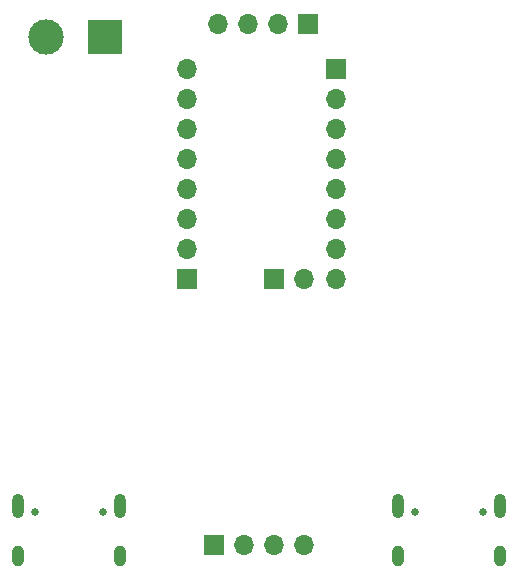
<source format=gbs>
G04 EasyEDA Pro v1.9.28, 2023-01-14 19:19:00*
G04 Gerber Generator version 0.3*%TF.GenerationSoftware,KiCad,Pcbnew,7.0.5*%
%TF.CreationDate,2023-08-17T05:26:58+08:00*%
%TF.ProjectId,TMC2209_TestBoard,544d4332-3230-4395-9f54-657374426f61,rev?*%
%TF.SameCoordinates,Original*%
%TF.FileFunction,Soldermask,Bot*%
%TF.FilePolarity,Negative*%
%FSLAX46Y46*%
G04 Gerber Fmt 4.6, Leading zero omitted, Abs format (unit mm)*
G04 Created by KiCad (PCBNEW 7.0.5) date 2023-08-17 05:26:58*
%MOMM*%
%LPD*%
G01*
G04 APERTURE LIST*
%ADD10C,0.650000*%
%ADD11O,1.000000X2.100000*%
%ADD12O,1.000000X1.800000*%
%ADD13R,1.700000X1.700000*%
%ADD14O,1.700000X1.700000*%
%ADD15R,3.000000X3.000000*%
%ADD16C,3.000000*%
G04 APERTURE END LIST*
D10*
%TO.C,J6*%
X81710000Y-83145000D03*
X87490000Y-83145000D03*
D11*
X80280000Y-82645000D03*
D12*
X80280000Y-86825000D03*
D11*
X88920000Y-82645000D03*
D12*
X88920000Y-86825000D03*
%TD*%
D13*
%TO.C,J4*%
X96885000Y-85940000D03*
D14*
X99425000Y-85940000D03*
X101965000Y-85940000D03*
X104505000Y-85940000D03*
%TD*%
D13*
%TO.C,J8*%
X104850000Y-41790000D03*
D14*
X102310000Y-41790000D03*
X99770000Y-41790000D03*
X97230000Y-41790000D03*
%TD*%
D13*
%TO.C,J3*%
X101960000Y-63380000D03*
D14*
X104500000Y-63380000D03*
%TD*%
D10*
%TO.C,J5*%
X113880000Y-83145000D03*
X119660000Y-83145000D03*
D11*
X112450000Y-82645000D03*
D12*
X112450000Y-86825000D03*
D11*
X121090000Y-82645000D03*
D12*
X121090000Y-86825000D03*
%TD*%
D13*
%TO.C,J1*%
X94555000Y-63380000D03*
D14*
X94555000Y-60840000D03*
X94555000Y-58300000D03*
X94555000Y-55760000D03*
X94555000Y-53220000D03*
X94555000Y-50680000D03*
X94555000Y-48140000D03*
X94555000Y-45600000D03*
%TD*%
D13*
%TO.C,J2*%
X107145000Y-45600000D03*
D14*
X107145000Y-48140000D03*
X107145000Y-50680000D03*
X107145000Y-53220000D03*
X107145000Y-55760000D03*
X107145000Y-58300000D03*
X107145000Y-60840000D03*
X107145000Y-63380000D03*
%TD*%
D15*
%TO.C,J7*%
X87640000Y-42880000D03*
D16*
X82640000Y-42880000D03*
%TD*%
M02*

</source>
